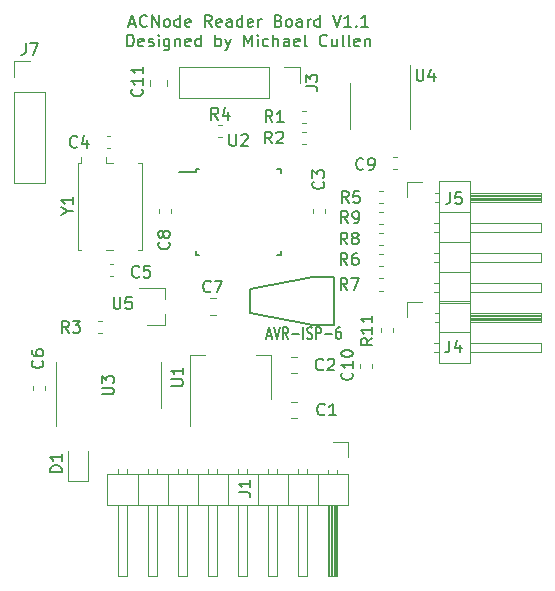
<source format=gbr>
%TF.GenerationSoftware,KiCad,Pcbnew,5.1.6-1.fc32*%
%TF.CreationDate,2020-09-22T21:06:53+01:00*%
%TF.ProjectId,ACNodeReader,41434e6f-6465-4526-9561-6465722e6b69,rev?*%
%TF.SameCoordinates,Original*%
%TF.FileFunction,Legend,Top*%
%TF.FilePolarity,Positive*%
%FSLAX46Y46*%
G04 Gerber Fmt 4.6, Leading zero omitted, Abs format (unit mm)*
G04 Created by KiCad (PCBNEW 5.1.6-1.fc32) date 2020-09-22 21:06:53*
%MOMM*%
%LPD*%
G01*
G04 APERTURE LIST*
%ADD10C,0.150000*%
%ADD11C,0.120000*%
%ADD12C,0.203200*%
%ADD13C,0.190500*%
G04 APERTURE END LIST*
D10*
X120968761Y-61508166D02*
X121444952Y-61508166D01*
X120873523Y-61793880D02*
X121206857Y-60793880D01*
X121540190Y-61793880D01*
X122444952Y-61698642D02*
X122397333Y-61746261D01*
X122254476Y-61793880D01*
X122159238Y-61793880D01*
X122016380Y-61746261D01*
X121921142Y-61651023D01*
X121873523Y-61555785D01*
X121825904Y-61365309D01*
X121825904Y-61222452D01*
X121873523Y-61031976D01*
X121921142Y-60936738D01*
X122016380Y-60841500D01*
X122159238Y-60793880D01*
X122254476Y-60793880D01*
X122397333Y-60841500D01*
X122444952Y-60889119D01*
X122873523Y-61793880D02*
X122873523Y-60793880D01*
X123444952Y-61793880D01*
X123444952Y-60793880D01*
X124064000Y-61793880D02*
X123968761Y-61746261D01*
X123921142Y-61698642D01*
X123873523Y-61603404D01*
X123873523Y-61317690D01*
X123921142Y-61222452D01*
X123968761Y-61174833D01*
X124064000Y-61127214D01*
X124206857Y-61127214D01*
X124302095Y-61174833D01*
X124349714Y-61222452D01*
X124397333Y-61317690D01*
X124397333Y-61603404D01*
X124349714Y-61698642D01*
X124302095Y-61746261D01*
X124206857Y-61793880D01*
X124064000Y-61793880D01*
X125254476Y-61793880D02*
X125254476Y-60793880D01*
X125254476Y-61746261D02*
X125159238Y-61793880D01*
X124968761Y-61793880D01*
X124873523Y-61746261D01*
X124825904Y-61698642D01*
X124778285Y-61603404D01*
X124778285Y-61317690D01*
X124825904Y-61222452D01*
X124873523Y-61174833D01*
X124968761Y-61127214D01*
X125159238Y-61127214D01*
X125254476Y-61174833D01*
X126111619Y-61746261D02*
X126016380Y-61793880D01*
X125825904Y-61793880D01*
X125730666Y-61746261D01*
X125683047Y-61651023D01*
X125683047Y-61270071D01*
X125730666Y-61174833D01*
X125825904Y-61127214D01*
X126016380Y-61127214D01*
X126111619Y-61174833D01*
X126159238Y-61270071D01*
X126159238Y-61365309D01*
X125683047Y-61460547D01*
X127921142Y-61793880D02*
X127587809Y-61317690D01*
X127349714Y-61793880D02*
X127349714Y-60793880D01*
X127730666Y-60793880D01*
X127825904Y-60841500D01*
X127873523Y-60889119D01*
X127921142Y-60984357D01*
X127921142Y-61127214D01*
X127873523Y-61222452D01*
X127825904Y-61270071D01*
X127730666Y-61317690D01*
X127349714Y-61317690D01*
X128730666Y-61746261D02*
X128635428Y-61793880D01*
X128444952Y-61793880D01*
X128349714Y-61746261D01*
X128302095Y-61651023D01*
X128302095Y-61270071D01*
X128349714Y-61174833D01*
X128444952Y-61127214D01*
X128635428Y-61127214D01*
X128730666Y-61174833D01*
X128778285Y-61270071D01*
X128778285Y-61365309D01*
X128302095Y-61460547D01*
X129635428Y-61793880D02*
X129635428Y-61270071D01*
X129587809Y-61174833D01*
X129492571Y-61127214D01*
X129302095Y-61127214D01*
X129206857Y-61174833D01*
X129635428Y-61746261D02*
X129540190Y-61793880D01*
X129302095Y-61793880D01*
X129206857Y-61746261D01*
X129159238Y-61651023D01*
X129159238Y-61555785D01*
X129206857Y-61460547D01*
X129302095Y-61412928D01*
X129540190Y-61412928D01*
X129635428Y-61365309D01*
X130540190Y-61793880D02*
X130540190Y-60793880D01*
X130540190Y-61746261D02*
X130444952Y-61793880D01*
X130254476Y-61793880D01*
X130159238Y-61746261D01*
X130111619Y-61698642D01*
X130064000Y-61603404D01*
X130064000Y-61317690D01*
X130111619Y-61222452D01*
X130159238Y-61174833D01*
X130254476Y-61127214D01*
X130444952Y-61127214D01*
X130540190Y-61174833D01*
X131397333Y-61746261D02*
X131302095Y-61793880D01*
X131111619Y-61793880D01*
X131016380Y-61746261D01*
X130968761Y-61651023D01*
X130968761Y-61270071D01*
X131016380Y-61174833D01*
X131111619Y-61127214D01*
X131302095Y-61127214D01*
X131397333Y-61174833D01*
X131444952Y-61270071D01*
X131444952Y-61365309D01*
X130968761Y-61460547D01*
X131873523Y-61793880D02*
X131873523Y-61127214D01*
X131873523Y-61317690D02*
X131921142Y-61222452D01*
X131968761Y-61174833D01*
X132064000Y-61127214D01*
X132159238Y-61127214D01*
X133587809Y-61270071D02*
X133730666Y-61317690D01*
X133778285Y-61365309D01*
X133825904Y-61460547D01*
X133825904Y-61603404D01*
X133778285Y-61698642D01*
X133730666Y-61746261D01*
X133635428Y-61793880D01*
X133254476Y-61793880D01*
X133254476Y-60793880D01*
X133587809Y-60793880D01*
X133683047Y-60841500D01*
X133730666Y-60889119D01*
X133778285Y-60984357D01*
X133778285Y-61079595D01*
X133730666Y-61174833D01*
X133683047Y-61222452D01*
X133587809Y-61270071D01*
X133254476Y-61270071D01*
X134397333Y-61793880D02*
X134302095Y-61746261D01*
X134254476Y-61698642D01*
X134206857Y-61603404D01*
X134206857Y-61317690D01*
X134254476Y-61222452D01*
X134302095Y-61174833D01*
X134397333Y-61127214D01*
X134540190Y-61127214D01*
X134635428Y-61174833D01*
X134683047Y-61222452D01*
X134730666Y-61317690D01*
X134730666Y-61603404D01*
X134683047Y-61698642D01*
X134635428Y-61746261D01*
X134540190Y-61793880D01*
X134397333Y-61793880D01*
X135587809Y-61793880D02*
X135587809Y-61270071D01*
X135540190Y-61174833D01*
X135444952Y-61127214D01*
X135254476Y-61127214D01*
X135159238Y-61174833D01*
X135587809Y-61746261D02*
X135492571Y-61793880D01*
X135254476Y-61793880D01*
X135159238Y-61746261D01*
X135111619Y-61651023D01*
X135111619Y-61555785D01*
X135159238Y-61460547D01*
X135254476Y-61412928D01*
X135492571Y-61412928D01*
X135587809Y-61365309D01*
X136064000Y-61793880D02*
X136064000Y-61127214D01*
X136064000Y-61317690D02*
X136111619Y-61222452D01*
X136159238Y-61174833D01*
X136254476Y-61127214D01*
X136349714Y-61127214D01*
X137111619Y-61793880D02*
X137111619Y-60793880D01*
X137111619Y-61746261D02*
X137016380Y-61793880D01*
X136825904Y-61793880D01*
X136730666Y-61746261D01*
X136683047Y-61698642D01*
X136635428Y-61603404D01*
X136635428Y-61317690D01*
X136683047Y-61222452D01*
X136730666Y-61174833D01*
X136825904Y-61127214D01*
X137016380Y-61127214D01*
X137111619Y-61174833D01*
X138206857Y-60793880D02*
X138540190Y-61793880D01*
X138873523Y-60793880D01*
X139730666Y-61793880D02*
X139159238Y-61793880D01*
X139444952Y-61793880D02*
X139444952Y-60793880D01*
X139349714Y-60936738D01*
X139254476Y-61031976D01*
X139159238Y-61079595D01*
X140159238Y-61698642D02*
X140206857Y-61746261D01*
X140159238Y-61793880D01*
X140111619Y-61746261D01*
X140159238Y-61698642D01*
X140159238Y-61793880D01*
X141159238Y-61793880D02*
X140587809Y-61793880D01*
X140873523Y-61793880D02*
X140873523Y-60793880D01*
X140778285Y-60936738D01*
X140683047Y-61031976D01*
X140587809Y-61079595D01*
X120778285Y-63443880D02*
X120778285Y-62443880D01*
X121016380Y-62443880D01*
X121159238Y-62491500D01*
X121254476Y-62586738D01*
X121302095Y-62681976D01*
X121349714Y-62872452D01*
X121349714Y-63015309D01*
X121302095Y-63205785D01*
X121254476Y-63301023D01*
X121159238Y-63396261D01*
X121016380Y-63443880D01*
X120778285Y-63443880D01*
X122159238Y-63396261D02*
X122064000Y-63443880D01*
X121873523Y-63443880D01*
X121778285Y-63396261D01*
X121730666Y-63301023D01*
X121730666Y-62920071D01*
X121778285Y-62824833D01*
X121873523Y-62777214D01*
X122064000Y-62777214D01*
X122159238Y-62824833D01*
X122206857Y-62920071D01*
X122206857Y-63015309D01*
X121730666Y-63110547D01*
X122587809Y-63396261D02*
X122683047Y-63443880D01*
X122873523Y-63443880D01*
X122968761Y-63396261D01*
X123016380Y-63301023D01*
X123016380Y-63253404D01*
X122968761Y-63158166D01*
X122873523Y-63110547D01*
X122730666Y-63110547D01*
X122635428Y-63062928D01*
X122587809Y-62967690D01*
X122587809Y-62920071D01*
X122635428Y-62824833D01*
X122730666Y-62777214D01*
X122873523Y-62777214D01*
X122968761Y-62824833D01*
X123444952Y-63443880D02*
X123444952Y-62777214D01*
X123444952Y-62443880D02*
X123397333Y-62491500D01*
X123444952Y-62539119D01*
X123492571Y-62491500D01*
X123444952Y-62443880D01*
X123444952Y-62539119D01*
X124349714Y-62777214D02*
X124349714Y-63586738D01*
X124302095Y-63681976D01*
X124254476Y-63729595D01*
X124159238Y-63777214D01*
X124016380Y-63777214D01*
X123921142Y-63729595D01*
X124349714Y-63396261D02*
X124254476Y-63443880D01*
X124064000Y-63443880D01*
X123968761Y-63396261D01*
X123921142Y-63348642D01*
X123873523Y-63253404D01*
X123873523Y-62967690D01*
X123921142Y-62872452D01*
X123968761Y-62824833D01*
X124064000Y-62777214D01*
X124254476Y-62777214D01*
X124349714Y-62824833D01*
X124825904Y-62777214D02*
X124825904Y-63443880D01*
X124825904Y-62872452D02*
X124873523Y-62824833D01*
X124968761Y-62777214D01*
X125111619Y-62777214D01*
X125206857Y-62824833D01*
X125254476Y-62920071D01*
X125254476Y-63443880D01*
X126111619Y-63396261D02*
X126016380Y-63443880D01*
X125825904Y-63443880D01*
X125730666Y-63396261D01*
X125683047Y-63301023D01*
X125683047Y-62920071D01*
X125730666Y-62824833D01*
X125825904Y-62777214D01*
X126016380Y-62777214D01*
X126111619Y-62824833D01*
X126159238Y-62920071D01*
X126159238Y-63015309D01*
X125683047Y-63110547D01*
X127016380Y-63443880D02*
X127016380Y-62443880D01*
X127016380Y-63396261D02*
X126921142Y-63443880D01*
X126730666Y-63443880D01*
X126635428Y-63396261D01*
X126587809Y-63348642D01*
X126540190Y-63253404D01*
X126540190Y-62967690D01*
X126587809Y-62872452D01*
X126635428Y-62824833D01*
X126730666Y-62777214D01*
X126921142Y-62777214D01*
X127016380Y-62824833D01*
X128254476Y-63443880D02*
X128254476Y-62443880D01*
X128254476Y-62824833D02*
X128349714Y-62777214D01*
X128540190Y-62777214D01*
X128635428Y-62824833D01*
X128683047Y-62872452D01*
X128730666Y-62967690D01*
X128730666Y-63253404D01*
X128683047Y-63348642D01*
X128635428Y-63396261D01*
X128540190Y-63443880D01*
X128349714Y-63443880D01*
X128254476Y-63396261D01*
X129064000Y-62777214D02*
X129302095Y-63443880D01*
X129540190Y-62777214D02*
X129302095Y-63443880D01*
X129206857Y-63681976D01*
X129159238Y-63729595D01*
X129064000Y-63777214D01*
X130683047Y-63443880D02*
X130683047Y-62443880D01*
X131016380Y-63158166D01*
X131349714Y-62443880D01*
X131349714Y-63443880D01*
X131825904Y-63443880D02*
X131825904Y-62777214D01*
X131825904Y-62443880D02*
X131778285Y-62491500D01*
X131825904Y-62539119D01*
X131873523Y-62491500D01*
X131825904Y-62443880D01*
X131825904Y-62539119D01*
X132730666Y-63396261D02*
X132635428Y-63443880D01*
X132444952Y-63443880D01*
X132349714Y-63396261D01*
X132302095Y-63348642D01*
X132254476Y-63253404D01*
X132254476Y-62967690D01*
X132302095Y-62872452D01*
X132349714Y-62824833D01*
X132444952Y-62777214D01*
X132635428Y-62777214D01*
X132730666Y-62824833D01*
X133159238Y-63443880D02*
X133159238Y-62443880D01*
X133587809Y-63443880D02*
X133587809Y-62920071D01*
X133540190Y-62824833D01*
X133444952Y-62777214D01*
X133302095Y-62777214D01*
X133206857Y-62824833D01*
X133159238Y-62872452D01*
X134492571Y-63443880D02*
X134492571Y-62920071D01*
X134444952Y-62824833D01*
X134349714Y-62777214D01*
X134159238Y-62777214D01*
X134064000Y-62824833D01*
X134492571Y-63396261D02*
X134397333Y-63443880D01*
X134159238Y-63443880D01*
X134064000Y-63396261D01*
X134016380Y-63301023D01*
X134016380Y-63205785D01*
X134064000Y-63110547D01*
X134159238Y-63062928D01*
X134397333Y-63062928D01*
X134492571Y-63015309D01*
X135349714Y-63396261D02*
X135254476Y-63443880D01*
X135064000Y-63443880D01*
X134968761Y-63396261D01*
X134921142Y-63301023D01*
X134921142Y-62920071D01*
X134968761Y-62824833D01*
X135064000Y-62777214D01*
X135254476Y-62777214D01*
X135349714Y-62824833D01*
X135397333Y-62920071D01*
X135397333Y-63015309D01*
X134921142Y-63110547D01*
X135968761Y-63443880D02*
X135873523Y-63396261D01*
X135825904Y-63301023D01*
X135825904Y-62443880D01*
X137683047Y-63348642D02*
X137635428Y-63396261D01*
X137492571Y-63443880D01*
X137397333Y-63443880D01*
X137254476Y-63396261D01*
X137159238Y-63301023D01*
X137111619Y-63205785D01*
X137064000Y-63015309D01*
X137064000Y-62872452D01*
X137111619Y-62681976D01*
X137159238Y-62586738D01*
X137254476Y-62491500D01*
X137397333Y-62443880D01*
X137492571Y-62443880D01*
X137635428Y-62491500D01*
X137683047Y-62539119D01*
X138540190Y-62777214D02*
X138540190Y-63443880D01*
X138111619Y-62777214D02*
X138111619Y-63301023D01*
X138159238Y-63396261D01*
X138254476Y-63443880D01*
X138397333Y-63443880D01*
X138492571Y-63396261D01*
X138540190Y-63348642D01*
X139159238Y-63443880D02*
X139064000Y-63396261D01*
X139016380Y-63301023D01*
X139016380Y-62443880D01*
X139683047Y-63443880D02*
X139587809Y-63396261D01*
X139540190Y-63301023D01*
X139540190Y-62443880D01*
X140444952Y-63396261D02*
X140349714Y-63443880D01*
X140159238Y-63443880D01*
X140064000Y-63396261D01*
X140016380Y-63301023D01*
X140016380Y-62920071D01*
X140064000Y-62824833D01*
X140159238Y-62777214D01*
X140349714Y-62777214D01*
X140444952Y-62824833D01*
X140492571Y-62920071D01*
X140492571Y-63015309D01*
X140016380Y-63110547D01*
X140921142Y-62777214D02*
X140921142Y-63443880D01*
X140921142Y-62872452D02*
X140968761Y-62824833D01*
X141064000Y-62777214D01*
X141206857Y-62777214D01*
X141302095Y-62824833D01*
X141349714Y-62920071D01*
X141349714Y-63443880D01*
D11*
%TO.C,C11*%
X124154000Y-66289422D02*
X124154000Y-66806578D01*
X122734000Y-66289422D02*
X122734000Y-66806578D01*
%TO.C,U1*%
X126130000Y-95540000D02*
X126130000Y-89530000D01*
X132950000Y-93290000D02*
X132950000Y-89530000D01*
X126130000Y-89530000D02*
X127390000Y-89530000D01*
X132950000Y-89530000D02*
X131690000Y-89530000D01*
D10*
%TO.C,U2*%
X126575000Y-73845000D02*
X126575000Y-74070000D01*
X133825000Y-73845000D02*
X133825000Y-74170000D01*
X133825000Y-81095000D02*
X133825000Y-80770000D01*
X126575000Y-81095000D02*
X126575000Y-80770000D01*
X126575000Y-73845000D02*
X126900000Y-73845000D01*
X126575000Y-81095000D02*
X126900000Y-81095000D01*
X133825000Y-81095000D02*
X133500000Y-81095000D01*
X133825000Y-73845000D02*
X133500000Y-73845000D01*
X126575000Y-74070000D02*
X125150000Y-74070000D01*
D11*
%TO.C,U5*%
X123950000Y-87051000D02*
X122490000Y-87051000D01*
X123950000Y-83891000D02*
X121790000Y-83891000D01*
X123950000Y-83891000D02*
X123950000Y-84821000D01*
X123950000Y-87051000D02*
X123950000Y-86121000D01*
%TO.C,C7*%
X127757422Y-86181000D02*
X128274578Y-86181000D01*
X127757422Y-84761000D02*
X128274578Y-84761000D01*
%TO.C,J7*%
X111192000Y-74990000D02*
X113852000Y-74990000D01*
X111192000Y-67310000D02*
X111192000Y-74990000D01*
X113852000Y-67310000D02*
X113852000Y-74990000D01*
X111192000Y-67310000D02*
X113852000Y-67310000D01*
X111192000Y-66040000D02*
X111192000Y-64710000D01*
X111192000Y-64710000D02*
X112522000Y-64710000D01*
%TO.C,D1*%
X115799500Y-100242500D02*
X117499500Y-100242500D01*
X117499500Y-100242500D02*
X117499500Y-97692500D01*
X115799500Y-100242500D02*
X115799500Y-97692500D01*
%TO.C,J5*%
X147172500Y-74870000D02*
X147172500Y-85150000D01*
X147172500Y-85150000D02*
X149832500Y-85150000D01*
X149832500Y-85150000D02*
X149832500Y-74870000D01*
X149832500Y-74870000D02*
X147172500Y-74870000D01*
X149832500Y-75820000D02*
X155832500Y-75820000D01*
X155832500Y-75820000D02*
X155832500Y-76580000D01*
X155832500Y-76580000D02*
X149832500Y-76580000D01*
X149832500Y-75880000D02*
X155832500Y-75880000D01*
X149832500Y-76000000D02*
X155832500Y-76000000D01*
X149832500Y-76120000D02*
X155832500Y-76120000D01*
X149832500Y-76240000D02*
X155832500Y-76240000D01*
X149832500Y-76360000D02*
X155832500Y-76360000D01*
X149832500Y-76480000D02*
X155832500Y-76480000D01*
X146842500Y-75820000D02*
X147172500Y-75820000D01*
X146842500Y-76580000D02*
X147172500Y-76580000D01*
X147172500Y-77470000D02*
X149832500Y-77470000D01*
X149832500Y-78360000D02*
X155832500Y-78360000D01*
X155832500Y-78360000D02*
X155832500Y-79120000D01*
X155832500Y-79120000D02*
X149832500Y-79120000D01*
X146775429Y-78360000D02*
X147172500Y-78360000D01*
X146775429Y-79120000D02*
X147172500Y-79120000D01*
X147172500Y-80010000D02*
X149832500Y-80010000D01*
X149832500Y-80900000D02*
X155832500Y-80900000D01*
X155832500Y-80900000D02*
X155832500Y-81660000D01*
X155832500Y-81660000D02*
X149832500Y-81660000D01*
X146775429Y-80900000D02*
X147172500Y-80900000D01*
X146775429Y-81660000D02*
X147172500Y-81660000D01*
X147172500Y-82550000D02*
X149832500Y-82550000D01*
X149832500Y-83440000D02*
X155832500Y-83440000D01*
X155832500Y-83440000D02*
X155832500Y-84200000D01*
X155832500Y-84200000D02*
X149832500Y-84200000D01*
X146775429Y-83440000D02*
X147172500Y-83440000D01*
X146775429Y-84200000D02*
X147172500Y-84200000D01*
X144462500Y-76200000D02*
X144462500Y-74930000D01*
X144462500Y-74930000D02*
X145732500Y-74930000D01*
%TO.C,J4*%
X147172500Y-85030000D02*
X147172500Y-90230000D01*
X147172500Y-90230000D02*
X149832500Y-90230000D01*
X149832500Y-90230000D02*
X149832500Y-85030000D01*
X149832500Y-85030000D02*
X147172500Y-85030000D01*
X149832500Y-85980000D02*
X155832500Y-85980000D01*
X155832500Y-85980000D02*
X155832500Y-86740000D01*
X155832500Y-86740000D02*
X149832500Y-86740000D01*
X149832500Y-86040000D02*
X155832500Y-86040000D01*
X149832500Y-86160000D02*
X155832500Y-86160000D01*
X149832500Y-86280000D02*
X155832500Y-86280000D01*
X149832500Y-86400000D02*
X155832500Y-86400000D01*
X149832500Y-86520000D02*
X155832500Y-86520000D01*
X149832500Y-86640000D02*
X155832500Y-86640000D01*
X146842500Y-85980000D02*
X147172500Y-85980000D01*
X146842500Y-86740000D02*
X147172500Y-86740000D01*
X147172500Y-87630000D02*
X149832500Y-87630000D01*
X149832500Y-88520000D02*
X155832500Y-88520000D01*
X155832500Y-88520000D02*
X155832500Y-89280000D01*
X155832500Y-89280000D02*
X149832500Y-89280000D01*
X146775429Y-88520000D02*
X147172500Y-88520000D01*
X146775429Y-89280000D02*
X147172500Y-89280000D01*
X144462500Y-86360000D02*
X144462500Y-85090000D01*
X144462500Y-85090000D02*
X145732500Y-85090000D01*
%TO.C,J1*%
X139506000Y-99640000D02*
X119066000Y-99640000D01*
X119066000Y-99640000D02*
X119066000Y-102300000D01*
X119066000Y-102300000D02*
X139506000Y-102300000D01*
X139506000Y-102300000D02*
X139506000Y-99640000D01*
X138556000Y-102300000D02*
X138556000Y-108300000D01*
X138556000Y-108300000D02*
X137796000Y-108300000D01*
X137796000Y-108300000D02*
X137796000Y-102300000D01*
X138496000Y-102300000D02*
X138496000Y-108300000D01*
X138376000Y-102300000D02*
X138376000Y-108300000D01*
X138256000Y-102300000D02*
X138256000Y-108300000D01*
X138136000Y-102300000D02*
X138136000Y-108300000D01*
X138016000Y-102300000D02*
X138016000Y-108300000D01*
X137896000Y-102300000D02*
X137896000Y-108300000D01*
X138556000Y-99310000D02*
X138556000Y-99640000D01*
X137796000Y-99310000D02*
X137796000Y-99640000D01*
X136906000Y-99640000D02*
X136906000Y-102300000D01*
X136016000Y-102300000D02*
X136016000Y-108300000D01*
X136016000Y-108300000D02*
X135256000Y-108300000D01*
X135256000Y-108300000D02*
X135256000Y-102300000D01*
X136016000Y-99242929D02*
X136016000Y-99640000D01*
X135256000Y-99242929D02*
X135256000Y-99640000D01*
X134366000Y-99640000D02*
X134366000Y-102300000D01*
X133476000Y-102300000D02*
X133476000Y-108300000D01*
X133476000Y-108300000D02*
X132716000Y-108300000D01*
X132716000Y-108300000D02*
X132716000Y-102300000D01*
X133476000Y-99242929D02*
X133476000Y-99640000D01*
X132716000Y-99242929D02*
X132716000Y-99640000D01*
X131826000Y-99640000D02*
X131826000Y-102300000D01*
X130936000Y-102300000D02*
X130936000Y-108300000D01*
X130936000Y-108300000D02*
X130176000Y-108300000D01*
X130176000Y-108300000D02*
X130176000Y-102300000D01*
X130936000Y-99242929D02*
X130936000Y-99640000D01*
X130176000Y-99242929D02*
X130176000Y-99640000D01*
X129286000Y-99640000D02*
X129286000Y-102300000D01*
X128396000Y-102300000D02*
X128396000Y-108300000D01*
X128396000Y-108300000D02*
X127636000Y-108300000D01*
X127636000Y-108300000D02*
X127636000Y-102300000D01*
X128396000Y-99242929D02*
X128396000Y-99640000D01*
X127636000Y-99242929D02*
X127636000Y-99640000D01*
X126746000Y-99640000D02*
X126746000Y-102300000D01*
X125856000Y-102300000D02*
X125856000Y-108300000D01*
X125856000Y-108300000D02*
X125096000Y-108300000D01*
X125096000Y-108300000D02*
X125096000Y-102300000D01*
X125856000Y-99242929D02*
X125856000Y-99640000D01*
X125096000Y-99242929D02*
X125096000Y-99640000D01*
X124206000Y-99640000D02*
X124206000Y-102300000D01*
X123316000Y-102300000D02*
X123316000Y-108300000D01*
X123316000Y-108300000D02*
X122556000Y-108300000D01*
X122556000Y-108300000D02*
X122556000Y-102300000D01*
X123316000Y-99242929D02*
X123316000Y-99640000D01*
X122556000Y-99242929D02*
X122556000Y-99640000D01*
X121666000Y-99640000D02*
X121666000Y-102300000D01*
X120776000Y-102300000D02*
X120776000Y-108300000D01*
X120776000Y-108300000D02*
X120016000Y-108300000D01*
X120016000Y-108300000D02*
X120016000Y-102300000D01*
X120776000Y-99242929D02*
X120776000Y-99640000D01*
X120016000Y-99242929D02*
X120016000Y-99640000D01*
X138176000Y-96930000D02*
X139446000Y-96930000D01*
X139446000Y-96930000D02*
X139446000Y-98200000D01*
%TO.C,Y1*%
X121704000Y-73314000D02*
X122004000Y-73314000D01*
X122004000Y-73314000D02*
X122004000Y-80714000D01*
X122004000Y-80714000D02*
X121704000Y-80714000D01*
X116904000Y-72814000D02*
X116904000Y-73314000D01*
X116904000Y-73314000D02*
X116604000Y-73314000D01*
X116604000Y-73314000D02*
X116604000Y-80714000D01*
X116604000Y-80714000D02*
X116904000Y-80714000D01*
X119004000Y-72814000D02*
X119004000Y-73314000D01*
X119004000Y-73314000D02*
X119604000Y-73314000D01*
X119604000Y-80714000D02*
X119004000Y-80714000D01*
%TO.C,U4*%
X139640000Y-68500000D02*
X139640000Y-70450000D01*
X139640000Y-68500000D02*
X139640000Y-66550000D01*
X144760000Y-68500000D02*
X144760000Y-70450000D01*
X144760000Y-68500000D02*
X144760000Y-65050000D01*
%TO.C,U3*%
X123624500Y-92150000D02*
X123624500Y-90200000D01*
X123624500Y-92150000D02*
X123624500Y-94100000D01*
X114754500Y-92150000D02*
X114754500Y-90200000D01*
X114754500Y-92150000D02*
X114754500Y-95600000D01*
%TO.C,R11*%
X141543500Y-90324721D02*
X141543500Y-90650279D01*
X140523500Y-90324721D02*
X140523500Y-90650279D01*
%TO.C,R9*%
X142077221Y-77440000D02*
X142402779Y-77440000D01*
X142077221Y-78460000D02*
X142402779Y-78460000D01*
%TO.C,R8*%
X142402779Y-80260000D02*
X142077221Y-80260000D01*
X142402779Y-79240000D02*
X142077221Y-79240000D01*
%TO.C,R7*%
X142402779Y-84110000D02*
X142077221Y-84110000D01*
X142402779Y-83090000D02*
X142077221Y-83090000D01*
%TO.C,R6*%
X142402779Y-82060000D02*
X142077221Y-82060000D01*
X142402779Y-81040000D02*
X142077221Y-81040000D01*
%TO.C,R5*%
X142402779Y-76710000D02*
X142077221Y-76710000D01*
X142402779Y-75690000D02*
X142077221Y-75690000D01*
%TO.C,R4*%
X128488221Y-70102000D02*
X128813779Y-70102000D01*
X128488221Y-71122000D02*
X128813779Y-71122000D01*
%TO.C,R3*%
X118328221Y-86675500D02*
X118653779Y-86675500D01*
X118328221Y-87695500D02*
X118653779Y-87695500D01*
%TO.C,R2*%
X135587221Y-70690000D02*
X135912779Y-70690000D01*
X135587221Y-71710000D02*
X135912779Y-71710000D01*
%TO.C,R1*%
X135587221Y-68890000D02*
X135912779Y-68890000D01*
X135587221Y-69910000D02*
X135912779Y-69910000D01*
%TO.C,J3*%
X125150000Y-65170000D02*
X125150000Y-67830000D01*
X132830000Y-65170000D02*
X125150000Y-65170000D01*
X132830000Y-67830000D02*
X125150000Y-67830000D01*
X132830000Y-65170000D02*
X132830000Y-67830000D01*
X134100000Y-65170000D02*
X135430000Y-65170000D01*
X135430000Y-65170000D02*
X135430000Y-66500000D01*
D12*
%TO.C,J2*%
X136525000Y-86995000D02*
X131191000Y-85979000D01*
X138303000Y-86995000D02*
X136525000Y-86995000D01*
X138303000Y-82931000D02*
X138303000Y-86995000D01*
X136525000Y-82931000D02*
X138303000Y-82931000D01*
X131191000Y-83947000D02*
X136525000Y-82931000D01*
X131191000Y-85979000D02*
X131191000Y-83947000D01*
D11*
%TO.C,C10*%
X143258000Y-87276721D02*
X143258000Y-87602279D01*
X142238000Y-87276721D02*
X142238000Y-87602279D01*
%TO.C,C9*%
X143612779Y-73860000D02*
X143287221Y-73860000D01*
X143612779Y-72840000D02*
X143287221Y-72840000D01*
%TO.C,C8*%
X124462000Y-77180221D02*
X124462000Y-77505779D01*
X123442000Y-77180221D02*
X123442000Y-77505779D01*
%TO.C,C6*%
X113794000Y-92166221D02*
X113794000Y-92491779D01*
X112774000Y-92166221D02*
X112774000Y-92491779D01*
%TO.C,C5*%
X119291221Y-81854000D02*
X119616779Y-81854000D01*
X119291221Y-82874000D02*
X119616779Y-82874000D01*
%TO.C,C4*%
X119366779Y-72074000D02*
X119041221Y-72074000D01*
X119366779Y-71054000D02*
X119041221Y-71054000D01*
%TO.C,C3*%
X137543000Y-77180221D02*
X137543000Y-77505779D01*
X136523000Y-77180221D02*
X136523000Y-77505779D01*
%TO.C,C2*%
X134615422Y-89714000D02*
X135132578Y-89714000D01*
X134615422Y-91134000D02*
X135132578Y-91134000D01*
%TO.C,C1*%
X134615422Y-93524000D02*
X135132578Y-93524000D01*
X134615422Y-94944000D02*
X135132578Y-94944000D01*
%TO.C,C11*%
D10*
X122023142Y-67063857D02*
X122070761Y-67111476D01*
X122118380Y-67254333D01*
X122118380Y-67349571D01*
X122070761Y-67492428D01*
X121975523Y-67587666D01*
X121880285Y-67635285D01*
X121689809Y-67682904D01*
X121546952Y-67682904D01*
X121356476Y-67635285D01*
X121261238Y-67587666D01*
X121166000Y-67492428D01*
X121118380Y-67349571D01*
X121118380Y-67254333D01*
X121166000Y-67111476D01*
X121213619Y-67063857D01*
X122118380Y-66111476D02*
X122118380Y-66682904D01*
X122118380Y-66397190D02*
X121118380Y-66397190D01*
X121261238Y-66492428D01*
X121356476Y-66587666D01*
X121404095Y-66682904D01*
X122118380Y-65159095D02*
X122118380Y-65730523D01*
X122118380Y-65444809D02*
X121118380Y-65444809D01*
X121261238Y-65540047D01*
X121356476Y-65635285D01*
X121404095Y-65730523D01*
%TO.C,U1*%
X124492380Y-92201904D02*
X125301904Y-92201904D01*
X125397142Y-92154285D01*
X125444761Y-92106666D01*
X125492380Y-92011428D01*
X125492380Y-91820952D01*
X125444761Y-91725714D01*
X125397142Y-91678095D01*
X125301904Y-91630476D01*
X124492380Y-91630476D01*
X125492380Y-90630476D02*
X125492380Y-91201904D01*
X125492380Y-90916190D02*
X124492380Y-90916190D01*
X124635238Y-91011428D01*
X124730476Y-91106666D01*
X124778095Y-91201904D01*
%TO.C,U2*%
X129438095Y-70872380D02*
X129438095Y-71681904D01*
X129485714Y-71777142D01*
X129533333Y-71824761D01*
X129628571Y-71872380D01*
X129819047Y-71872380D01*
X129914285Y-71824761D01*
X129961904Y-71777142D01*
X130009523Y-71681904D01*
X130009523Y-70872380D01*
X130438095Y-70967619D02*
X130485714Y-70920000D01*
X130580952Y-70872380D01*
X130819047Y-70872380D01*
X130914285Y-70920000D01*
X130961904Y-70967619D01*
X131009523Y-71062857D01*
X131009523Y-71158095D01*
X130961904Y-71300952D01*
X130390476Y-71872380D01*
X131009523Y-71872380D01*
%TO.C,U5*%
X119634095Y-84669380D02*
X119634095Y-85478904D01*
X119681714Y-85574142D01*
X119729333Y-85621761D01*
X119824571Y-85669380D01*
X120015047Y-85669380D01*
X120110285Y-85621761D01*
X120157904Y-85574142D01*
X120205523Y-85478904D01*
X120205523Y-84669380D01*
X121157904Y-84669380D02*
X120681714Y-84669380D01*
X120634095Y-85145571D01*
X120681714Y-85097952D01*
X120776952Y-85050333D01*
X121015047Y-85050333D01*
X121110285Y-85097952D01*
X121157904Y-85145571D01*
X121205523Y-85240809D01*
X121205523Y-85478904D01*
X121157904Y-85574142D01*
X121110285Y-85621761D01*
X121015047Y-85669380D01*
X120776952Y-85669380D01*
X120681714Y-85621761D01*
X120634095Y-85574142D01*
%TO.C,C7*%
X127849333Y-84178142D02*
X127801714Y-84225761D01*
X127658857Y-84273380D01*
X127563619Y-84273380D01*
X127420761Y-84225761D01*
X127325523Y-84130523D01*
X127277904Y-84035285D01*
X127230285Y-83844809D01*
X127230285Y-83701952D01*
X127277904Y-83511476D01*
X127325523Y-83416238D01*
X127420761Y-83321000D01*
X127563619Y-83273380D01*
X127658857Y-83273380D01*
X127801714Y-83321000D01*
X127849333Y-83368619D01*
X128182666Y-83273380D02*
X128849333Y-83273380D01*
X128420761Y-84273380D01*
%TO.C,J7*%
X112188666Y-63162380D02*
X112188666Y-63876666D01*
X112141047Y-64019523D01*
X112045809Y-64114761D01*
X111902952Y-64162380D01*
X111807714Y-64162380D01*
X112569619Y-63162380D02*
X113236285Y-63162380D01*
X112807714Y-64162380D01*
%TO.C,D1*%
X115251880Y-99480595D02*
X114251880Y-99480595D01*
X114251880Y-99242500D01*
X114299500Y-99099642D01*
X114394738Y-99004404D01*
X114489976Y-98956785D01*
X114680452Y-98909166D01*
X114823309Y-98909166D01*
X115013785Y-98956785D01*
X115109023Y-99004404D01*
X115204261Y-99099642D01*
X115251880Y-99242500D01*
X115251880Y-99480595D01*
X115251880Y-97956785D02*
X115251880Y-98528214D01*
X115251880Y-98242500D02*
X114251880Y-98242500D01*
X114394738Y-98337738D01*
X114489976Y-98432976D01*
X114537595Y-98528214D01*
%TO.C,J5*%
X148129666Y-75779380D02*
X148129666Y-76493666D01*
X148082047Y-76636523D01*
X147986809Y-76731761D01*
X147843952Y-76779380D01*
X147748714Y-76779380D01*
X149082047Y-75779380D02*
X148605857Y-75779380D01*
X148558238Y-76255571D01*
X148605857Y-76207952D01*
X148701095Y-76160333D01*
X148939190Y-76160333D01*
X149034428Y-76207952D01*
X149082047Y-76255571D01*
X149129666Y-76350809D01*
X149129666Y-76588904D01*
X149082047Y-76684142D01*
X149034428Y-76731761D01*
X148939190Y-76779380D01*
X148701095Y-76779380D01*
X148605857Y-76731761D01*
X148558238Y-76684142D01*
%TO.C,J4*%
X148066166Y-88352380D02*
X148066166Y-89066666D01*
X148018547Y-89209523D01*
X147923309Y-89304761D01*
X147780452Y-89352380D01*
X147685214Y-89352380D01*
X148970928Y-88685714D02*
X148970928Y-89352380D01*
X148732833Y-88304761D02*
X148494738Y-89019047D01*
X149113785Y-89019047D01*
%TO.C,J1*%
X130219380Y-101171333D02*
X130933666Y-101171333D01*
X131076523Y-101218952D01*
X131171761Y-101314190D01*
X131219380Y-101457047D01*
X131219380Y-101552285D01*
X131219380Y-100171333D02*
X131219380Y-100742761D01*
X131219380Y-100457047D02*
X130219380Y-100457047D01*
X130362238Y-100552285D01*
X130457476Y-100647523D01*
X130505095Y-100742761D01*
%TO.C,Y1*%
X115730190Y-77390190D02*
X116206380Y-77390190D01*
X115206380Y-77723523D02*
X115730190Y-77390190D01*
X115206380Y-77056857D01*
X116206380Y-76199714D02*
X116206380Y-76771142D01*
X116206380Y-76485428D02*
X115206380Y-76485428D01*
X115349238Y-76580666D01*
X115444476Y-76675904D01*
X115492095Y-76771142D01*
%TO.C,U4*%
X145288095Y-65365380D02*
X145288095Y-66174904D01*
X145335714Y-66270142D01*
X145383333Y-66317761D01*
X145478571Y-66365380D01*
X145669047Y-66365380D01*
X145764285Y-66317761D01*
X145811904Y-66270142D01*
X145859523Y-66174904D01*
X145859523Y-65365380D01*
X146764285Y-65698714D02*
X146764285Y-66365380D01*
X146526190Y-65317761D02*
X146288095Y-66032047D01*
X146907142Y-66032047D01*
%TO.C,U3*%
X118641880Y-92911904D02*
X119451404Y-92911904D01*
X119546642Y-92864285D01*
X119594261Y-92816666D01*
X119641880Y-92721428D01*
X119641880Y-92530952D01*
X119594261Y-92435714D01*
X119546642Y-92388095D01*
X119451404Y-92340476D01*
X118641880Y-92340476D01*
X118641880Y-91959523D02*
X118641880Y-91340476D01*
X119022833Y-91673809D01*
X119022833Y-91530952D01*
X119070452Y-91435714D01*
X119118071Y-91388095D01*
X119213309Y-91340476D01*
X119451404Y-91340476D01*
X119546642Y-91388095D01*
X119594261Y-91435714D01*
X119641880Y-91530952D01*
X119641880Y-91816666D01*
X119594261Y-91911904D01*
X119546642Y-91959523D01*
%TO.C,R11*%
X141549380Y-88145857D02*
X141073190Y-88479190D01*
X141549380Y-88717285D02*
X140549380Y-88717285D01*
X140549380Y-88336333D01*
X140597000Y-88241095D01*
X140644619Y-88193476D01*
X140739857Y-88145857D01*
X140882714Y-88145857D01*
X140977952Y-88193476D01*
X141025571Y-88241095D01*
X141073190Y-88336333D01*
X141073190Y-88717285D01*
X141549380Y-87193476D02*
X141549380Y-87764904D01*
X141549380Y-87479190D02*
X140549380Y-87479190D01*
X140692238Y-87574428D01*
X140787476Y-87669666D01*
X140835095Y-87764904D01*
X141549380Y-86241095D02*
X141549380Y-86812523D01*
X141549380Y-86526809D02*
X140549380Y-86526809D01*
X140692238Y-86622047D01*
X140787476Y-86717285D01*
X140835095Y-86812523D01*
%TO.C,R9*%
X139473333Y-78402380D02*
X139140000Y-77926190D01*
X138901904Y-78402380D02*
X138901904Y-77402380D01*
X139282857Y-77402380D01*
X139378095Y-77450000D01*
X139425714Y-77497619D01*
X139473333Y-77592857D01*
X139473333Y-77735714D01*
X139425714Y-77830952D01*
X139378095Y-77878571D01*
X139282857Y-77926190D01*
X138901904Y-77926190D01*
X139949523Y-78402380D02*
X140140000Y-78402380D01*
X140235238Y-78354761D01*
X140282857Y-78307142D01*
X140378095Y-78164285D01*
X140425714Y-77973809D01*
X140425714Y-77592857D01*
X140378095Y-77497619D01*
X140330476Y-77450000D01*
X140235238Y-77402380D01*
X140044761Y-77402380D01*
X139949523Y-77450000D01*
X139901904Y-77497619D01*
X139854285Y-77592857D01*
X139854285Y-77830952D01*
X139901904Y-77926190D01*
X139949523Y-77973809D01*
X140044761Y-78021428D01*
X140235238Y-78021428D01*
X140330476Y-77973809D01*
X140378095Y-77926190D01*
X140425714Y-77830952D01*
%TO.C,R8*%
X139423333Y-80202380D02*
X139090000Y-79726190D01*
X138851904Y-80202380D02*
X138851904Y-79202380D01*
X139232857Y-79202380D01*
X139328095Y-79250000D01*
X139375714Y-79297619D01*
X139423333Y-79392857D01*
X139423333Y-79535714D01*
X139375714Y-79630952D01*
X139328095Y-79678571D01*
X139232857Y-79726190D01*
X138851904Y-79726190D01*
X139994761Y-79630952D02*
X139899523Y-79583333D01*
X139851904Y-79535714D01*
X139804285Y-79440476D01*
X139804285Y-79392857D01*
X139851904Y-79297619D01*
X139899523Y-79250000D01*
X139994761Y-79202380D01*
X140185238Y-79202380D01*
X140280476Y-79250000D01*
X140328095Y-79297619D01*
X140375714Y-79392857D01*
X140375714Y-79440476D01*
X140328095Y-79535714D01*
X140280476Y-79583333D01*
X140185238Y-79630952D01*
X139994761Y-79630952D01*
X139899523Y-79678571D01*
X139851904Y-79726190D01*
X139804285Y-79821428D01*
X139804285Y-80011904D01*
X139851904Y-80107142D01*
X139899523Y-80154761D01*
X139994761Y-80202380D01*
X140185238Y-80202380D01*
X140280476Y-80154761D01*
X140328095Y-80107142D01*
X140375714Y-80011904D01*
X140375714Y-79821428D01*
X140328095Y-79726190D01*
X140280476Y-79678571D01*
X140185238Y-79630952D01*
%TO.C,R7*%
X139423333Y-84052380D02*
X139090000Y-83576190D01*
X138851904Y-84052380D02*
X138851904Y-83052380D01*
X139232857Y-83052380D01*
X139328095Y-83100000D01*
X139375714Y-83147619D01*
X139423333Y-83242857D01*
X139423333Y-83385714D01*
X139375714Y-83480952D01*
X139328095Y-83528571D01*
X139232857Y-83576190D01*
X138851904Y-83576190D01*
X139756666Y-83052380D02*
X140423333Y-83052380D01*
X139994761Y-84052380D01*
%TO.C,R6*%
X139423333Y-81952380D02*
X139090000Y-81476190D01*
X138851904Y-81952380D02*
X138851904Y-80952380D01*
X139232857Y-80952380D01*
X139328095Y-81000000D01*
X139375714Y-81047619D01*
X139423333Y-81142857D01*
X139423333Y-81285714D01*
X139375714Y-81380952D01*
X139328095Y-81428571D01*
X139232857Y-81476190D01*
X138851904Y-81476190D01*
X140280476Y-80952380D02*
X140090000Y-80952380D01*
X139994761Y-81000000D01*
X139947142Y-81047619D01*
X139851904Y-81190476D01*
X139804285Y-81380952D01*
X139804285Y-81761904D01*
X139851904Y-81857142D01*
X139899523Y-81904761D01*
X139994761Y-81952380D01*
X140185238Y-81952380D01*
X140280476Y-81904761D01*
X140328095Y-81857142D01*
X140375714Y-81761904D01*
X140375714Y-81523809D01*
X140328095Y-81428571D01*
X140280476Y-81380952D01*
X140185238Y-81333333D01*
X139994761Y-81333333D01*
X139899523Y-81380952D01*
X139851904Y-81428571D01*
X139804285Y-81523809D01*
%TO.C,R5*%
X139523333Y-76702380D02*
X139190000Y-76226190D01*
X138951904Y-76702380D02*
X138951904Y-75702380D01*
X139332857Y-75702380D01*
X139428095Y-75750000D01*
X139475714Y-75797619D01*
X139523333Y-75892857D01*
X139523333Y-76035714D01*
X139475714Y-76130952D01*
X139428095Y-76178571D01*
X139332857Y-76226190D01*
X138951904Y-76226190D01*
X140428095Y-75702380D02*
X139951904Y-75702380D01*
X139904285Y-76178571D01*
X139951904Y-76130952D01*
X140047142Y-76083333D01*
X140285238Y-76083333D01*
X140380476Y-76130952D01*
X140428095Y-76178571D01*
X140475714Y-76273809D01*
X140475714Y-76511904D01*
X140428095Y-76607142D01*
X140380476Y-76654761D01*
X140285238Y-76702380D01*
X140047142Y-76702380D01*
X139951904Y-76654761D01*
X139904285Y-76607142D01*
%TO.C,R4*%
X128484333Y-69634380D02*
X128151000Y-69158190D01*
X127912904Y-69634380D02*
X127912904Y-68634380D01*
X128293857Y-68634380D01*
X128389095Y-68682000D01*
X128436714Y-68729619D01*
X128484333Y-68824857D01*
X128484333Y-68967714D01*
X128436714Y-69062952D01*
X128389095Y-69110571D01*
X128293857Y-69158190D01*
X127912904Y-69158190D01*
X129341476Y-68967714D02*
X129341476Y-69634380D01*
X129103380Y-68586761D02*
X128865285Y-69301047D01*
X129484333Y-69301047D01*
%TO.C,R3*%
X115824333Y-87687880D02*
X115491000Y-87211690D01*
X115252904Y-87687880D02*
X115252904Y-86687880D01*
X115633857Y-86687880D01*
X115729095Y-86735500D01*
X115776714Y-86783119D01*
X115824333Y-86878357D01*
X115824333Y-87021214D01*
X115776714Y-87116452D01*
X115729095Y-87164071D01*
X115633857Y-87211690D01*
X115252904Y-87211690D01*
X116157666Y-86687880D02*
X116776714Y-86687880D01*
X116443380Y-87068833D01*
X116586238Y-87068833D01*
X116681476Y-87116452D01*
X116729095Y-87164071D01*
X116776714Y-87259309D01*
X116776714Y-87497404D01*
X116729095Y-87592642D01*
X116681476Y-87640261D01*
X116586238Y-87687880D01*
X116300523Y-87687880D01*
X116205285Y-87640261D01*
X116157666Y-87592642D01*
%TO.C,R2*%
X133033333Y-71652380D02*
X132700000Y-71176190D01*
X132461904Y-71652380D02*
X132461904Y-70652380D01*
X132842857Y-70652380D01*
X132938095Y-70700000D01*
X132985714Y-70747619D01*
X133033333Y-70842857D01*
X133033333Y-70985714D01*
X132985714Y-71080952D01*
X132938095Y-71128571D01*
X132842857Y-71176190D01*
X132461904Y-71176190D01*
X133414285Y-70747619D02*
X133461904Y-70700000D01*
X133557142Y-70652380D01*
X133795238Y-70652380D01*
X133890476Y-70700000D01*
X133938095Y-70747619D01*
X133985714Y-70842857D01*
X133985714Y-70938095D01*
X133938095Y-71080952D01*
X133366666Y-71652380D01*
X133985714Y-71652380D01*
%TO.C,R1*%
X133083333Y-69852380D02*
X132750000Y-69376190D01*
X132511904Y-69852380D02*
X132511904Y-68852380D01*
X132892857Y-68852380D01*
X132988095Y-68900000D01*
X133035714Y-68947619D01*
X133083333Y-69042857D01*
X133083333Y-69185714D01*
X133035714Y-69280952D01*
X132988095Y-69328571D01*
X132892857Y-69376190D01*
X132511904Y-69376190D01*
X134035714Y-69852380D02*
X133464285Y-69852380D01*
X133750000Y-69852380D02*
X133750000Y-68852380D01*
X133654761Y-68995238D01*
X133559523Y-69090476D01*
X133464285Y-69138095D01*
%TO.C,J3*%
X135882380Y-66833333D02*
X136596666Y-66833333D01*
X136739523Y-66880952D01*
X136834761Y-66976190D01*
X136882380Y-67119047D01*
X136882380Y-67214285D01*
X135882380Y-66452380D02*
X135882380Y-65833333D01*
X136263333Y-66166666D01*
X136263333Y-66023809D01*
X136310952Y-65928571D01*
X136358571Y-65880952D01*
X136453809Y-65833333D01*
X136691904Y-65833333D01*
X136787142Y-65880952D01*
X136834761Y-65928571D01*
X136882380Y-66023809D01*
X136882380Y-66309523D01*
X136834761Y-66404761D01*
X136787142Y-66452380D01*
%TO.C,J2*%
D13*
X132642428Y-87926333D02*
X133005285Y-87926333D01*
X132569857Y-88216619D02*
X132823857Y-87200619D01*
X133077857Y-88216619D01*
X133223000Y-87200619D02*
X133477000Y-88216619D01*
X133731000Y-87200619D01*
X134420428Y-88216619D02*
X134166428Y-87732809D01*
X133985000Y-88216619D02*
X133985000Y-87200619D01*
X134275285Y-87200619D01*
X134347857Y-87249000D01*
X134384142Y-87297380D01*
X134420428Y-87394142D01*
X134420428Y-87539285D01*
X134384142Y-87636047D01*
X134347857Y-87684428D01*
X134275285Y-87732809D01*
X133985000Y-87732809D01*
X134747000Y-87829571D02*
X135327571Y-87829571D01*
X135690428Y-88216619D02*
X135690428Y-87200619D01*
X136017000Y-88168238D02*
X136125857Y-88216619D01*
X136307285Y-88216619D01*
X136379857Y-88168238D01*
X136416142Y-88119857D01*
X136452428Y-88023095D01*
X136452428Y-87926333D01*
X136416142Y-87829571D01*
X136379857Y-87781190D01*
X136307285Y-87732809D01*
X136162142Y-87684428D01*
X136089571Y-87636047D01*
X136053285Y-87587666D01*
X136017000Y-87490904D01*
X136017000Y-87394142D01*
X136053285Y-87297380D01*
X136089571Y-87249000D01*
X136162142Y-87200619D01*
X136343571Y-87200619D01*
X136452428Y-87249000D01*
X136779000Y-88216619D02*
X136779000Y-87200619D01*
X137069285Y-87200619D01*
X137141857Y-87249000D01*
X137178142Y-87297380D01*
X137214428Y-87394142D01*
X137214428Y-87539285D01*
X137178142Y-87636047D01*
X137141857Y-87684428D01*
X137069285Y-87732809D01*
X136779000Y-87732809D01*
X137541000Y-87829571D02*
X138121571Y-87829571D01*
X138811000Y-87200619D02*
X138665857Y-87200619D01*
X138593285Y-87249000D01*
X138557000Y-87297380D01*
X138484428Y-87442523D01*
X138448142Y-87636047D01*
X138448142Y-88023095D01*
X138484428Y-88119857D01*
X138520714Y-88168238D01*
X138593285Y-88216619D01*
X138738428Y-88216619D01*
X138811000Y-88168238D01*
X138847285Y-88119857D01*
X138883571Y-88023095D01*
X138883571Y-87781190D01*
X138847285Y-87684428D01*
X138811000Y-87636047D01*
X138738428Y-87587666D01*
X138593285Y-87587666D01*
X138520714Y-87636047D01*
X138484428Y-87684428D01*
X138448142Y-87781190D01*
%TO.C,C10*%
D10*
X139803142Y-91066857D02*
X139850761Y-91114476D01*
X139898380Y-91257333D01*
X139898380Y-91352571D01*
X139850761Y-91495428D01*
X139755523Y-91590666D01*
X139660285Y-91638285D01*
X139469809Y-91685904D01*
X139326952Y-91685904D01*
X139136476Y-91638285D01*
X139041238Y-91590666D01*
X138946000Y-91495428D01*
X138898380Y-91352571D01*
X138898380Y-91257333D01*
X138946000Y-91114476D01*
X138993619Y-91066857D01*
X139898380Y-90114476D02*
X139898380Y-90685904D01*
X139898380Y-90400190D02*
X138898380Y-90400190D01*
X139041238Y-90495428D01*
X139136476Y-90590666D01*
X139184095Y-90685904D01*
X138898380Y-89495428D02*
X138898380Y-89400190D01*
X138946000Y-89304952D01*
X138993619Y-89257333D01*
X139088857Y-89209714D01*
X139279333Y-89162095D01*
X139517428Y-89162095D01*
X139707904Y-89209714D01*
X139803142Y-89257333D01*
X139850761Y-89304952D01*
X139898380Y-89400190D01*
X139898380Y-89495428D01*
X139850761Y-89590666D01*
X139803142Y-89638285D01*
X139707904Y-89685904D01*
X139517428Y-89733523D01*
X139279333Y-89733523D01*
X139088857Y-89685904D01*
X138993619Y-89638285D01*
X138946000Y-89590666D01*
X138898380Y-89495428D01*
%TO.C,C9*%
X140783333Y-73807142D02*
X140735714Y-73854761D01*
X140592857Y-73902380D01*
X140497619Y-73902380D01*
X140354761Y-73854761D01*
X140259523Y-73759523D01*
X140211904Y-73664285D01*
X140164285Y-73473809D01*
X140164285Y-73330952D01*
X140211904Y-73140476D01*
X140259523Y-73045238D01*
X140354761Y-72950000D01*
X140497619Y-72902380D01*
X140592857Y-72902380D01*
X140735714Y-72950000D01*
X140783333Y-72997619D01*
X141259523Y-73902380D02*
X141450000Y-73902380D01*
X141545238Y-73854761D01*
X141592857Y-73807142D01*
X141688095Y-73664285D01*
X141735714Y-73473809D01*
X141735714Y-73092857D01*
X141688095Y-72997619D01*
X141640476Y-72950000D01*
X141545238Y-72902380D01*
X141354761Y-72902380D01*
X141259523Y-72950000D01*
X141211904Y-72997619D01*
X141164285Y-73092857D01*
X141164285Y-73330952D01*
X141211904Y-73426190D01*
X141259523Y-73473809D01*
X141354761Y-73521428D01*
X141545238Y-73521428D01*
X141640476Y-73473809D01*
X141688095Y-73426190D01*
X141735714Y-73330952D01*
%TO.C,C8*%
X124309142Y-80009666D02*
X124356761Y-80057285D01*
X124404380Y-80200142D01*
X124404380Y-80295380D01*
X124356761Y-80438238D01*
X124261523Y-80533476D01*
X124166285Y-80581095D01*
X123975809Y-80628714D01*
X123832952Y-80628714D01*
X123642476Y-80581095D01*
X123547238Y-80533476D01*
X123452000Y-80438238D01*
X123404380Y-80295380D01*
X123404380Y-80200142D01*
X123452000Y-80057285D01*
X123499619Y-80009666D01*
X123832952Y-79438238D02*
X123785333Y-79533476D01*
X123737714Y-79581095D01*
X123642476Y-79628714D01*
X123594857Y-79628714D01*
X123499619Y-79581095D01*
X123452000Y-79533476D01*
X123404380Y-79438238D01*
X123404380Y-79247761D01*
X123452000Y-79152523D01*
X123499619Y-79104904D01*
X123594857Y-79057285D01*
X123642476Y-79057285D01*
X123737714Y-79104904D01*
X123785333Y-79152523D01*
X123832952Y-79247761D01*
X123832952Y-79438238D01*
X123880571Y-79533476D01*
X123928190Y-79581095D01*
X124023428Y-79628714D01*
X124213904Y-79628714D01*
X124309142Y-79581095D01*
X124356761Y-79533476D01*
X124404380Y-79438238D01*
X124404380Y-79247761D01*
X124356761Y-79152523D01*
X124309142Y-79104904D01*
X124213904Y-79057285D01*
X124023428Y-79057285D01*
X123928190Y-79104904D01*
X123880571Y-79152523D01*
X123832952Y-79247761D01*
%TO.C,C6*%
X113591142Y-90045666D02*
X113638761Y-90093285D01*
X113686380Y-90236142D01*
X113686380Y-90331380D01*
X113638761Y-90474238D01*
X113543523Y-90569476D01*
X113448285Y-90617095D01*
X113257809Y-90664714D01*
X113114952Y-90664714D01*
X112924476Y-90617095D01*
X112829238Y-90569476D01*
X112734000Y-90474238D01*
X112686380Y-90331380D01*
X112686380Y-90236142D01*
X112734000Y-90093285D01*
X112781619Y-90045666D01*
X112686380Y-89188523D02*
X112686380Y-89379000D01*
X112734000Y-89474238D01*
X112781619Y-89521857D01*
X112924476Y-89617095D01*
X113114952Y-89664714D01*
X113495904Y-89664714D01*
X113591142Y-89617095D01*
X113638761Y-89569476D01*
X113686380Y-89474238D01*
X113686380Y-89283761D01*
X113638761Y-89188523D01*
X113591142Y-89140904D01*
X113495904Y-89093285D01*
X113257809Y-89093285D01*
X113162571Y-89140904D01*
X113114952Y-89188523D01*
X113067333Y-89283761D01*
X113067333Y-89474238D01*
X113114952Y-89569476D01*
X113162571Y-89617095D01*
X113257809Y-89664714D01*
%TO.C,C5*%
X121787333Y-82921142D02*
X121739714Y-82968761D01*
X121596857Y-83016380D01*
X121501619Y-83016380D01*
X121358761Y-82968761D01*
X121263523Y-82873523D01*
X121215904Y-82778285D01*
X121168285Y-82587809D01*
X121168285Y-82444952D01*
X121215904Y-82254476D01*
X121263523Y-82159238D01*
X121358761Y-82064000D01*
X121501619Y-82016380D01*
X121596857Y-82016380D01*
X121739714Y-82064000D01*
X121787333Y-82111619D01*
X122692095Y-82016380D02*
X122215904Y-82016380D01*
X122168285Y-82492571D01*
X122215904Y-82444952D01*
X122311142Y-82397333D01*
X122549238Y-82397333D01*
X122644476Y-82444952D01*
X122692095Y-82492571D01*
X122739714Y-82587809D01*
X122739714Y-82825904D01*
X122692095Y-82921142D01*
X122644476Y-82968761D01*
X122549238Y-83016380D01*
X122311142Y-83016380D01*
X122215904Y-82968761D01*
X122168285Y-82921142D01*
%TO.C,C4*%
X116546333Y-71921642D02*
X116498714Y-71969261D01*
X116355857Y-72016880D01*
X116260619Y-72016880D01*
X116117761Y-71969261D01*
X116022523Y-71874023D01*
X115974904Y-71778785D01*
X115927285Y-71588309D01*
X115927285Y-71445452D01*
X115974904Y-71254976D01*
X116022523Y-71159738D01*
X116117761Y-71064500D01*
X116260619Y-71016880D01*
X116355857Y-71016880D01*
X116498714Y-71064500D01*
X116546333Y-71112119D01*
X117403476Y-71350214D02*
X117403476Y-72016880D01*
X117165380Y-70969261D02*
X116927285Y-71683547D01*
X117546333Y-71683547D01*
%TO.C,C3*%
X137369142Y-74887666D02*
X137416761Y-74935285D01*
X137464380Y-75078142D01*
X137464380Y-75173380D01*
X137416761Y-75316238D01*
X137321523Y-75411476D01*
X137226285Y-75459095D01*
X137035809Y-75506714D01*
X136892952Y-75506714D01*
X136702476Y-75459095D01*
X136607238Y-75411476D01*
X136512000Y-75316238D01*
X136464380Y-75173380D01*
X136464380Y-75078142D01*
X136512000Y-74935285D01*
X136559619Y-74887666D01*
X136464380Y-74554333D02*
X136464380Y-73935285D01*
X136845333Y-74268619D01*
X136845333Y-74125761D01*
X136892952Y-74030523D01*
X136940571Y-73982904D01*
X137035809Y-73935285D01*
X137273904Y-73935285D01*
X137369142Y-73982904D01*
X137416761Y-74030523D01*
X137464380Y-74125761D01*
X137464380Y-74411476D01*
X137416761Y-74506714D01*
X137369142Y-74554333D01*
%TO.C,C2*%
X137374333Y-90781142D02*
X137326714Y-90828761D01*
X137183857Y-90876380D01*
X137088619Y-90876380D01*
X136945761Y-90828761D01*
X136850523Y-90733523D01*
X136802904Y-90638285D01*
X136755285Y-90447809D01*
X136755285Y-90304952D01*
X136802904Y-90114476D01*
X136850523Y-90019238D01*
X136945761Y-89924000D01*
X137088619Y-89876380D01*
X137183857Y-89876380D01*
X137326714Y-89924000D01*
X137374333Y-89971619D01*
X137755285Y-89971619D02*
X137802904Y-89924000D01*
X137898142Y-89876380D01*
X138136238Y-89876380D01*
X138231476Y-89924000D01*
X138279095Y-89971619D01*
X138326714Y-90066857D01*
X138326714Y-90162095D01*
X138279095Y-90304952D01*
X137707666Y-90876380D01*
X138326714Y-90876380D01*
%TO.C,C1*%
X137501333Y-94591142D02*
X137453714Y-94638761D01*
X137310857Y-94686380D01*
X137215619Y-94686380D01*
X137072761Y-94638761D01*
X136977523Y-94543523D01*
X136929904Y-94448285D01*
X136882285Y-94257809D01*
X136882285Y-94114952D01*
X136929904Y-93924476D01*
X136977523Y-93829238D01*
X137072761Y-93734000D01*
X137215619Y-93686380D01*
X137310857Y-93686380D01*
X137453714Y-93734000D01*
X137501333Y-93781619D01*
X138453714Y-94686380D02*
X137882285Y-94686380D01*
X138168000Y-94686380D02*
X138168000Y-93686380D01*
X138072761Y-93829238D01*
X137977523Y-93924476D01*
X137882285Y-93972095D01*
%TD*%
M02*

</source>
